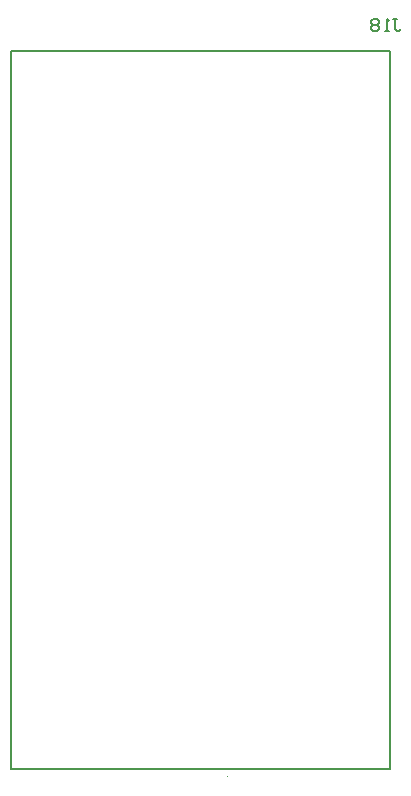
<source format=gbo>
G04*
G04 #@! TF.GenerationSoftware,Altium Limited,Altium Designer,24.3.1 (35)*
G04*
G04 Layer_Color=32896*
%FSLAX42Y42*%
%MOMM*%
G71*
G04*
G04 #@! TF.SameCoordinates,998AAEF2-78E8-49C1-A84E-A9ECD080E68D*
G04*
G04*
G04 #@! TF.FilePolarity,Positive*
G04*
G01*
G75*
%ADD10C,0.20*%
%ADD13C,0.10*%
%ADD15C,0.15*%
D10*
X6018Y2047D02*
X9228D01*
Y8127D01*
X6018D02*
X9228D01*
X6018Y2047D02*
Y8127D01*
D13*
X7848Y1997D02*
G03*
X7848Y1987I0J-5D01*
G01*
D02*
G03*
X7848Y1997I0J5D01*
G01*
D15*
X9253Y8398D02*
X9286D01*
X9269D01*
Y8315D01*
X9286Y8298D01*
X9303D01*
X9319Y8315D01*
X9219Y8298D02*
X9186D01*
X9203D01*
Y8398D01*
X9219Y8381D01*
X9136D02*
X9119Y8398D01*
X9086D01*
X9069Y8381D01*
Y8365D01*
X9086Y8348D01*
X9069Y8332D01*
Y8315D01*
X9086Y8298D01*
X9119D01*
X9136Y8315D01*
Y8332D01*
X9119Y8348D01*
X9136Y8365D01*
Y8381D01*
X9119Y8348D02*
X9086D01*
M02*

</source>
